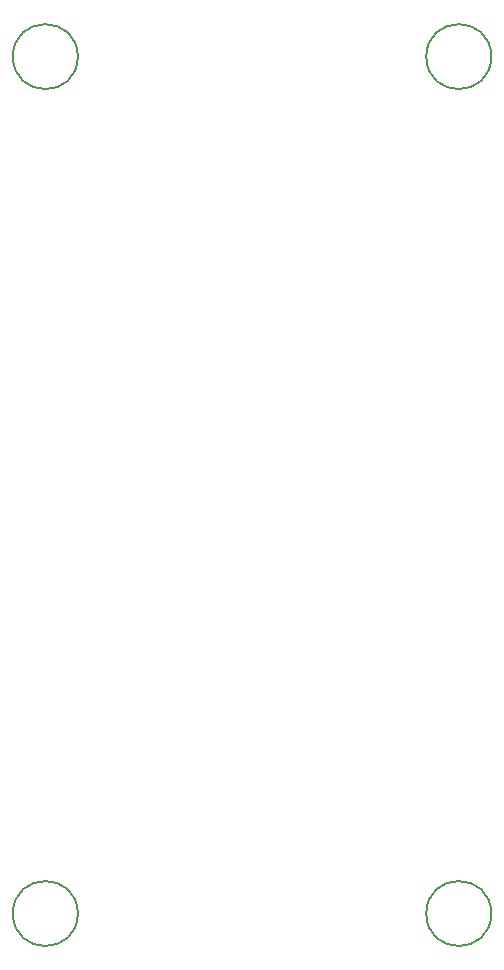
<source format=gbr>
%TF.GenerationSoftware,KiCad,Pcbnew,9.0.7*%
%TF.CreationDate,2026-02-13T21:21:15+01:00*%
%TF.ProjectId,ESC_v3,4553435f-7633-42e6-9b69-6361645f7063,rev?*%
%TF.SameCoordinates,Original*%
%TF.FileFunction,Other,Comment*%
%FSLAX46Y46*%
G04 Gerber Fmt 4.6, Leading zero omitted, Abs format (unit mm)*
G04 Created by KiCad (PCBNEW 9.0.7) date 2026-02-13 21:21:15*
%MOMM*%
%LPD*%
G01*
G04 APERTURE LIST*
%ADD10C,0.150000*%
G04 APERTURE END LIST*
D10*
%TO.C,H4*%
X165450000Y-109950000D02*
G75*
G02*
X159950000Y-109950000I-2750000J0D01*
G01*
X159950000Y-109950000D02*
G75*
G02*
X165450000Y-109950000I2750000J0D01*
G01*
%TO.C,H2*%
X165450000Y-37400000D02*
G75*
G02*
X159950000Y-37400000I-2750000J0D01*
G01*
X159950000Y-37400000D02*
G75*
G02*
X165450000Y-37400000I2750000J0D01*
G01*
%TO.C,H1*%
X130450000Y-37400000D02*
G75*
G02*
X124950000Y-37400000I-2750000J0D01*
G01*
X124950000Y-37400000D02*
G75*
G02*
X130450000Y-37400000I2750000J0D01*
G01*
%TO.C,H3*%
X130450000Y-109950000D02*
G75*
G02*
X124950000Y-109950000I-2750000J0D01*
G01*
X124950000Y-109950000D02*
G75*
G02*
X130450000Y-109950000I2750000J0D01*
G01*
%TD*%
M02*

</source>
